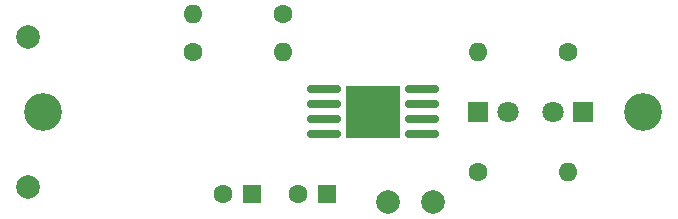
<source format=gbr>
%TF.GenerationSoftware,KiCad,Pcbnew,7.0.1-3b83917a11~172~ubuntu22.04.1*%
%TF.CreationDate,2024-11-25T12:37:55-06:00*%
%TF.ProjectId,Quron_BMS,5175726f-6e5f-4424-9d53-2e6b69636164,rev?*%
%TF.SameCoordinates,Original*%
%TF.FileFunction,Soldermask,Top*%
%TF.FilePolarity,Negative*%
%FSLAX46Y46*%
G04 Gerber Fmt 4.6, Leading zero omitted, Abs format (unit mm)*
G04 Created by KiCad (PCBNEW 7.0.1-3b83917a11~172~ubuntu22.04.1) date 2024-11-25 12:37:55*
%MOMM*%
%LPD*%
G01*
G04 APERTURE LIST*
G04 Aperture macros list*
%AMRoundRect*
0 Rectangle with rounded corners*
0 $1 Rounding radius*
0 $2 $3 $4 $5 $6 $7 $8 $9 X,Y pos of 4 corners*
0 Add a 4 corners polygon primitive as box body*
4,1,4,$2,$3,$4,$5,$6,$7,$8,$9,$2,$3,0*
0 Add four circle primitives for the rounded corners*
1,1,$1+$1,$2,$3*
1,1,$1+$1,$4,$5*
1,1,$1+$1,$6,$7*
1,1,$1+$1,$8,$9*
0 Add four rect primitives between the rounded corners*
20,1,$1+$1,$2,$3,$4,$5,0*
20,1,$1+$1,$4,$5,$6,$7,0*
20,1,$1+$1,$6,$7,$8,$9,0*
20,1,$1+$1,$8,$9,$2,$3,0*%
G04 Aperture macros list end*
%ADD10C,2.000000*%
%ADD11C,1.600000*%
%ADD12O,1.600000X1.600000*%
%ADD13R,1.600000X1.600000*%
%ADD14RoundRect,0.175000X-1.250000X-0.175000X1.250000X-0.175000X1.250000X0.175000X-1.250000X0.175000X0*%
%ADD15R,4.570000X4.450000*%
%ADD16R,1.800000X1.800000*%
%ADD17C,1.800000*%
%ADD18C,3.200000*%
G04 APERTURE END LIST*
D10*
%TO.C,TP3*%
X166370000Y-147320000D03*
%TD*%
D11*
%TO.C,R4*%
X181610000Y-134620000D03*
D12*
X173990000Y-134620000D03*
%TD*%
D13*
%TO.C,C1*%
X161250000Y-146685000D03*
D11*
X158750000Y-146685000D03*
%TD*%
D14*
%TO.C,U1*%
X160950000Y-137795000D03*
X160950000Y-139065000D03*
X160950000Y-140335000D03*
X160950000Y-141605000D03*
X169250000Y-141605000D03*
X169250000Y-140335000D03*
X169250000Y-139065000D03*
X169250000Y-137795000D03*
D15*
X165100000Y-139700000D03*
%TD*%
D11*
%TO.C,R1*%
X149860000Y-134620000D03*
D12*
X157480000Y-134620000D03*
%TD*%
D11*
%TO.C,R3*%
X173990000Y-144780000D03*
D12*
X181610000Y-144780000D03*
%TD*%
D16*
%TO.C,D2*%
X182880000Y-139700000D03*
D17*
X180340000Y-139700000D03*
%TD*%
D11*
%TO.C,R2*%
X157480000Y-131445000D03*
D12*
X149860000Y-131445000D03*
%TD*%
D16*
%TO.C,D1*%
X173990000Y-139700000D03*
D17*
X176530000Y-139700000D03*
%TD*%
D10*
%TO.C,TP4*%
X170180000Y-147320000D03*
%TD*%
D18*
%TO.C,H2*%
X137160000Y-139700000D03*
%TD*%
%TO.C,H1*%
X187960000Y-139700000D03*
%TD*%
D10*
%TO.C,TP5*%
X135890000Y-146050000D03*
%TD*%
D13*
%TO.C,C2*%
X154875113Y-146685000D03*
D11*
X152375113Y-146685000D03*
%TD*%
D10*
%TO.C,TP1*%
X135890000Y-133350000D03*
%TD*%
M02*

</source>
